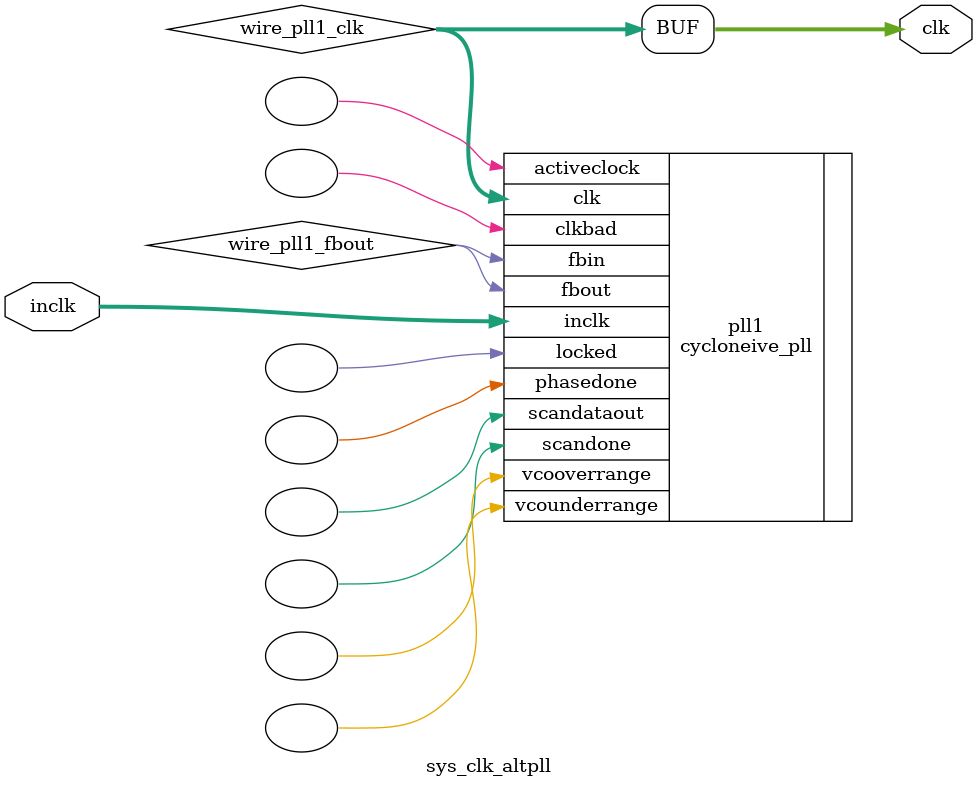
<source format=v>






//synthesis_resources = cycloneive_pll 1 
//synopsys translate_off
`timescale 1 ps / 1 ps
//synopsys translate_on
module  sys_clk_altpll
	( 
	clk,
	inclk) /* synthesis synthesis_clearbox=1 */;
	output   [4:0]  clk;
	input   [1:0]  inclk;
`ifndef ALTERA_RESERVED_QIS
// synopsys translate_off
`endif
	tri0   [1:0]  inclk;
`ifndef ALTERA_RESERVED_QIS
// synopsys translate_on
`endif

	wire  [4:0]   wire_pll1_clk;
	wire  wire_pll1_fbout;

	cycloneive_pll   pll1
	( 
	.activeclock(),
	.clk(wire_pll1_clk),
	.clkbad(),
	.fbin(wire_pll1_fbout),
	.fbout(wire_pll1_fbout),
	.inclk(inclk),
	.locked(),
	.phasedone(),
	.scandataout(),
	.scandone(),
	.vcooverrange(),
	.vcounderrange()
	`ifndef FORMAL_VERIFICATION
	// synopsys translate_off
	`endif
	,
	.areset(1'b0),
	.clkswitch(1'b0),
	.configupdate(1'b0),
	.pfdena(1'b1),
	.phasecounterselect({3{1'b0}}),
	.phasestep(1'b0),
	.phaseupdown(1'b0),
	.scanclk(1'b0),
	.scanclkena(1'b1),
	.scandata(1'b0)
	`ifndef FORMAL_VERIFICATION
	// synopsys translate_on
	`endif
	);
	defparam
		pll1.bandwidth_type = "auto",
		pll1.clk0_divide_by = 1,
		pll1.clk0_duty_cycle = 50,
		pll1.clk0_multiply_by = 4,
		pll1.clk0_phase_shift = "0",
		pll1.compensate_clock = "clk0",
		pll1.inclk0_input_frequency = 20000,
		pll1.operation_mode = "normal",
		pll1.pll_type = "auto",
		pll1.lpm_type = "cycloneive_pll";
	assign
		clk = {wire_pll1_clk[4:0]};
endmodule //sys_clk_altpll
//VALID FILE

</source>
